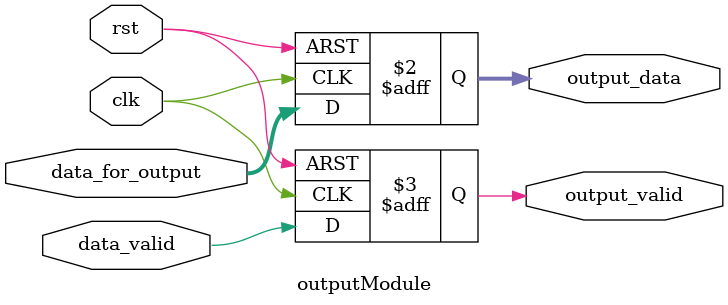
<source format=v>
module outputModule(
    input        clk,
    input        rst,
    input[127:0] data_for_output,
    input        data_valid,
    output reg[127:0]  output_data,  //output 8 bits at a time
    output reg      output_valid
);


    always @(posedge clk, posedge rst) begin
        if(rst) begin
            output_data <= 128'd0;
            output_valid <= 1'b0;
        end
        else begin
            output_data <= data_for_output;
            output_valid <= data_valid;
        end
    end
endmodule
</source>
